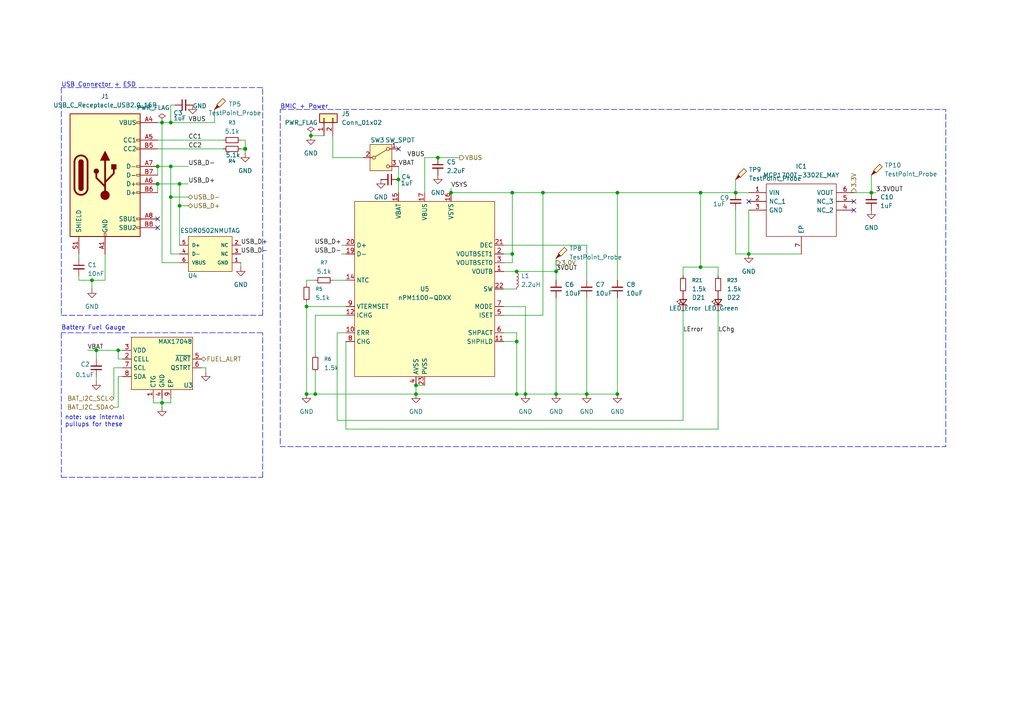
<source format=kicad_sch>
(kicad_sch (version 20250114) (generator "eeschema") (generator_version "9.0")
  (paper "A4")
  (title_block (title "Pipar Point") (date "2025-08-29") (rev "V3") (company "Pipar Keyboards"))
  (lib_symbols
    (symbol "Connector:TestPoint_Probe" (pin_numbers (hide yes)) (pin_names (offset 0.762) (hide yes))
      (property "Reference" "TP" (at 1.651 5.842 0))
      (property "Value" "TestPoint_Probe" (at 1.651 4.064 0))
      (symbol "TestPoint_Probe_0_1"
        (polyline (pts (xy 1.27 0.762) (xy 0 0) (xy 0.762 1.27) (xy 1.27 0.762)) (fill (type outline)))
        (polyline (pts (xy 1.397 0.635) (xy 0.635 1.397) (xy 2.413 3.175) (xy 3.175 2.413) (xy 1.397 0.635)) (fill (type background)))
      )
      (symbol "TestPoint_Probe_1_1"
        (pin passive line (at 0 0 90) (length 0) (name "1") (number "1"))
      )
    )
    (symbol "Connector:USB_C_Receptacle_USB2.0_16P" (pin_names (offset 1.016))
      (property "Reference" "J" (at 0 22.225 0))
      (property "Value" "USB_C_Receptacle_USB2.0_16P" (at 0 19.685 0))
      (symbol "USB_C_Receptacle_USB2.0_16P_0_0"
        (rectangle (start -0.254 -17.78) (end 0.254 -16.764))
        (rectangle (start 10.16 15.494) (end 9.144 14.986))
        (rectangle (start 10.16 10.414) (end 9.144 9.906))
        (rectangle (start 10.16 7.874) (end 9.144 7.366))
        (rectangle (start 10.16 2.794) (end 9.144 2.286))
        (rectangle (start 10.16 0.254) (end 9.144 -0.254))
        (rectangle (start 10.16 -2.286) (end 9.144 -2.794))
        (rectangle (start 10.16 -4.826) (end 9.144 -5.334))
        (rectangle (start 10.16 -12.446) (end 9.144 -12.954))
        (rectangle (start 10.16 -14.986) (end 9.144 -15.494))
      )
      (symbol "USB_C_Receptacle_USB2.0_16P_0_1"
        (rectangle (start -10.16 17.78) (end 10.16 -17.78) (stroke (width 0.254)) (fill (type background)))
        (polyline (pts (xy -8.89 -3.81) (xy -8.89 3.81)) (stroke (width 0.508)))
        (rectangle (start -7.62 -3.81) (end -6.35 3.81) (stroke (width 0.254)) (fill (type outline)))
        (arc (start -7.62 3.81) (mid -6.985 4.4423) (end -6.35 3.81) (stroke (width 0.254)))
        (arc (start -7.62 3.81) (mid -6.985 4.4423) (end -6.35 3.81) (stroke (width 0.254)) (fill (type outline)))
        (arc (start -8.89 3.81) (mid -6.985 5.7067) (end -5.08 3.81) (stroke (width 0.508)))
        (arc (start -5.08 -3.81) (mid -6.985 -5.7067) (end -8.89 -3.81) (stroke (width 0.508)))
        (arc (start -6.35 -3.81) (mid -6.985 -4.4423) (end -7.62 -3.81) (stroke (width 0.254)))
        (arc (start -6.35 -3.81) (mid -6.985 -4.4423) (end -7.62 -3.81) (stroke (width 0.254)) (fill (type outline)))
        (polyline (pts (xy -5.08 3.81) (xy -5.08 -3.81)) (stroke (width 0.508)))
        (circle (center -2.54 1.143) (radius 0.635) (stroke (width 0.254)) (fill (type outline)))
        (polyline (pts (xy -1.27 4.318) (xy 0 6.858) (xy 1.27 4.318) (xy -1.27 4.318)) (stroke (width 0.254)) (fill (type outline)))
        (polyline (pts (xy 0 -2.032) (xy 2.54 0.508) (xy 2.54 1.778)) (stroke (width 0.508)))
        (polyline (pts (xy 0 -3.302) (xy -2.54 -0.762) (xy -2.54 0.508)) (stroke (width 0.508)))
        (polyline (pts (xy 0 -5.842) (xy 0 4.318)) (stroke (width 0.508)))
        (circle (center 0 -5.842) (radius 1.27) (fill (type outline)))
        (rectangle (start 1.905 1.778) (end 3.175 3.048) (stroke (width 0.254)) (fill (type outline)))
      )
      (symbol "USB_C_Receptacle_USB2.0_16P_1_1"
        (pin passive line (at -7.62 -22.86 90) (length 5.08) (name "SHIELD") (number "S1"))
        (pin passive line (at 0 -22.86 90) (length 5.08) (name "GND") (number "A1"))
        (pin passive line (at 0 -22.86 90) (length 5.08) (hide yes) (name "GND") (number "A12"))
        (pin passive line (at 0 -22.86 90) (length 5.08) (hide yes) (name "GND") (number "B1"))
        (pin passive line (at 0 -22.86 90) (length 5.08) (hide yes) (name "GND") (number "B12"))
        (pin passive line (at 15.24 15.24 180) (length 5.08) (name "VBUS") (number "A4"))
        (pin passive line (at 15.24 15.24 180) (length 5.08) (hide yes) (name "VBUS") (number "A9"))
        (pin passive line (at 15.24 15.24 180) (length 5.08) (hide yes) (name "VBUS") (number "B4"))
        (pin passive line (at 15.24 15.24 180) (length 5.08) (hide yes) (name "VBUS") (number "B9"))
        (pin bidirectional line (at 15.24 10.16 180) (length 5.08) (name "CC1") (number "A5"))
        (pin bidirectional line (at 15.24 7.62 180) (length 5.08) (name "CC2") (number "B5"))
        (pin bidirectional line (at 15.24 2.54 180) (length 5.08) (name "D-") (number "A7"))
        (pin bidirectional line (at 15.24 0 180) (length 5.08) (name "D-") (number "B7"))
        (pin bidirectional line (at 15.24 -2.54 180) (length 5.08) (name "D+") (number "A6"))
        (pin bidirectional line (at 15.24 -5.08 180) (length 5.08) (name "D+") (number "B6"))
        (pin bidirectional line (at 15.24 -12.7 180) (length 5.08) (name "SBU1") (number "A8"))
        (pin bidirectional line (at 15.24 -15.24 180) (length 5.08) (name "SBU2") (number "B8"))
      )
    )
    (symbol "Connector_Generic:Conn_01x02" (pin_names (offset 1.016) (hide yes))
      (property "Reference" "J" (at 0 2.54 0))
      (property "Value" "Conn_01x02" (at 0 -5.08 0))
      (symbol "Conn_01x02_1_1"
        (rectangle (start -1.27 1.27) (end 1.27 -3.81) (stroke (width 0.254)) (fill (type background)))
        (rectangle (start -1.27 0.127) (end 0 -0.127) (stroke (width 0.1524)))
        (rectangle (start -1.27 -2.413) (end 0 -2.667) (stroke (width 0.1524)))
        (pin passive line (at -5.08 0 0) (length 3.81) (name "Pin_1") (number "1"))
        (pin passive line (at -5.08 -2.54 0) (length 3.81) (name "Pin_2") (number "2"))
      )
    )
    (symbol "Device:C_Small" (pin_numbers (hide yes)) (pin_names (offset 0.254) (hide yes))
      (property "Reference" "C" (at 0.254 1.778 0))
      (property "Value" "C_Small" (at 0.254 -2.032 0))
      (symbol "C_Small_0_1"
        (polyline (pts (xy -1.524 0.508) (xy 1.524 0.508)) (stroke (width 0.3048)))
        (polyline (pts (xy -1.524 -0.508) (xy 1.524 -0.508)) (stroke (width 0.3302)))
      )
      (symbol "C_Small_1_1"
        (pin passive line (at 0 2.54 270) (length 2.032) (name "~") (number "1"))
        (pin passive line (at 0 -2.54 90) (length 2.032) (name "~") (number "2"))
      )
    )
    (symbol "Device:L_Small" (pin_numbers (hide yes)) (pin_names (offset 0.254) (hide yes))
      (property "Reference" "L" (at 0.762 1.016 0))
      (property "Value" "L_Small" (at 0.762 -1.016 0))
      (symbol "L_Small_0_1"
        (arc (start 0 2.032) (mid 0.5058 1.524) (end 0 1.016))
        (arc (start 0 1.016) (mid 0.5058 0.508) (end 0 0))
        (arc (start 0 0) (mid 0.5058 -0.508) (end 0 -1.016))
        (arc (start 0 -1.016) (mid 0.5058 -1.524) (end 0 -2.032))
      )
      (symbol "L_Small_1_1"
        (pin passive line (at 0 2.54 270) (length 0.508) (name "~") (number "1"))
        (pin passive line (at 0 -2.54 90) (length 0.508) (name "~") (number "2"))
      )
    )
    (symbol "LED_Small_1" (pin_numbers (hide yes)) (pin_names (offset 0.254) (hide yes))
      (property "Reference" "D" (at -1.27 3.175 0))
      (property "Value" "LED_Small" (at -4.445 -2.54 0))
      (symbol "LED_Small_1_0_1"
        (polyline (pts (xy -0.762 -1.016) (xy -0.762 1.016)) (stroke (width 0.254)))
        (polyline (pts (xy 0 0.762) (xy -0.508 1.27) (xy -0.254 1.27) (xy -0.508 1.27) (xy -0.508 1.016)))
        (polyline (pts (xy 0.508 1.27) (xy 0 1.778) (xy 0.254 1.778) (xy 0 1.778) (xy 0 1.524)))
        (polyline (pts (xy 0.762 -1.016) (xy -0.762 0) (xy 0.762 1.016) (xy 0.762 -1.016)) (stroke (width 0.254)))
        (polyline (pts (xy 1.016 0) (xy -0.762 0)))
      )
      (symbol "LED_Small_1_1_1"
        (pin passive line (at -2.54 0 0) (length 1.778) (name "K") (number "1"))
        (pin passive line (at 2.54 0 180) (length 1.778) (name "A") (number "2"))
      )
    )
    (symbol "PCM_nordic-lib-kicad-npm:nPM1100-QDXX"
      (property "Reference" "U" (at 0 0 0))
      (property "Value" "nPM1100-QDXX" (at 0 -2.54 0))
      (symbol "nPM1100-QDXX_0_0"
        (pin bidirectional line (at -22.86 12.7 0) (length 2.54) (name "D+") (number "20"))
        (pin bidirectional line (at -22.86 10.16 0) (length 2.54) (name "D-") (number "19"))
        (pin passive line (at -22.86 2.54 0) (length 2.54) (name "NTC") (number "14"))
        (pin passive line (at -22.86 -5.08 0) (length 2.54) (name "VTERMSET") (number "9"))
        (pin passive line (at -22.86 -7.62 0) (length 2.54) (name "ICHG") (number "12"))
        (pin passive line (at -22.86 -12.7 0) (length 2.54) (name "ERR") (number "10"))
        (pin passive line (at -22.86 -15.24 0) (length 2.54) (name "CHG") (number "8"))
        (pin bidirectional line (at -7.62 27.94 270) (length 2.54) (name "VBAT") (number "15"))
        (pin power_in line (at 0 27.94 270) (length 2.54) (name "VBUS") (number "17"))
        (pin power_in line (at 0 -27.94 90) (length 2.54) (name "PVSS") (number "23"))
        (pin power_out line (at 7.62 27.94 270) (length 2.54) (name "VSYS") (number "16"))
        (pin passive line (at 22.86 12.7 180) (length 2.54) (name "DEC") (number "21"))
        (pin passive line (at 22.86 10.16 180) (length 2.54) (name "VOUTBSET1") (number "2"))
        (pin power_out line (at 22.86 5.08 180) (length 2.54) (name "VOUTB") (number "1"))
        (pin passive line (at 22.86 0 180) (length 2.54) (name "SW") (number "22"))
        (pin passive line (at 22.86 -5.08 180) (length 2.54) (name "MODE") (number "7"))
        (pin passive line (at 22.86 -7.62 180) (length 2.54) (name "ISET") (number "5"))
        (pin passive line (at 22.86 -12.7 180) (length 2.54) (name "SHPACT") (number "6"))
        (pin passive line (at 22.86 -15.24 180) (length 2.54) (name "SHPHLD") (number "11"))
      )
      (symbol "nPM1100-QDXX_1_0"
        (pin passive line (at -2.54 -27.94 90) (length 2.54) (hide yes) (name "AVSS") (number "25"))
        (pin power_in line (at -2.54 -27.94 90) (length 2.54) (name "AVSS") (number "4"))
        (pin no_connect line (at 7.62 -25.4 90) (length 2.54) (hide yes) (name "NC") (number "24"))
        (pin no_connect line (at 10.16 -25.4 90) (length 2.54) (hide yes) (name "NC") (number "13"))
        (pin no_connect line (at 12.7 -25.4 90) (length 2.54) (hide yes) (name "NC") (number "18"))
        (pin passive line (at 22.86 7.62 180) (length 2.54) (name "VOUTBSET0") (number "3"))
      )
      (symbol "nPM1100-QDXX_1_1"
        (rectangle (start -20.32 25.4) (end 20.32 -25.4) (fill (type background)))
      )
    )
    (symbol "R_Small_1" (pin_numbers (hide yes)) (pin_names (offset 0.254) (hide yes))
      (property "Reference" "R" (at 0 0 90))
      (property "Value" "R_Small" (at 1.778 0 90))
      (symbol "R_Small_1_0_1"
        (rectangle (start -0.762 1.778) (end 0.762 -1.778) (stroke (width 0.2032)))
      )
      (symbol "R_Small_1_1_1"
        (pin passive line (at 0 2.54 270) (length 0.762) (name "~") (number "1"))
        (pin passive line (at 0 -2.54 90) (length 0.762) (name "~") (number "2"))
      )
    )
    (symbol "SamacSys_Parts:MCP1700T-3302E_MAY" (pin_names (offset 0.762))
      (property "Reference" "IC" (at 26.67 7.62 0))
      (property "Value" "MCP1700T-3302E_MAY" (at 26.67 5.08 0))
      (symbol "MCP1700T-3302E_MAY_0_0"
        (pin passive line (at 0 0 0) (length 5.08) (name "VIN") (number "1"))
        (pin passive line (at 0 -2.54 0) (length 5.08) (name "NC_1") (number "2"))
        (pin passive line (at 0 -5.08 0) (length 5.08) (name "GND") (number "3"))
        (pin passive line (at 15.24 -17.78 90) (length 5.08) (name "EP") (number "7"))
        (pin passive line (at 30.48 0 180) (length 5.08) (name "VOUT") (number "6"))
        (pin passive line (at 30.48 -2.54 180) (length 5.08) (name "NC_3") (number "5"))
        (pin passive line (at 30.48 -5.08 180) (length 5.08) (name "NC_2") (number "4"))
      )
      (symbol "MCP1700T-3302E_MAY_0_1"
        (polyline (pts (xy 5.08 2.54) (xy 25.4 2.54) (xy 25.4 -12.7) (xy 5.08 -12.7) (xy 5.08 2.54)) (stroke (width 0.1524)))
      )
    )
    (symbol "Switch:SW_SPDT" (pin_names (offset 0) (hide yes))
      (property "Reference" "SW" (at 0 5.08 0))
      (property "Value" "SW_SPDT" (at 0 -5.08 0))
      (symbol "SW_SPDT_0_1"
        (circle (center -2.032 0) (radius 0.4572))
        (polyline (pts (xy -1.651 0.254) (xy 1.651 2.286)))
        (circle (center 2.032 2.54) (radius 0.4572))
        (circle (center 2.032 -2.54) (radius 0.4572))
      )
      (symbol "SW_SPDT_1_1"
        (rectangle (start -3.175 3.81) (end 3.175 -3.81) (fill (type background)))
        (pin passive line (at -5.08 0 0) (length 2.54) (name "B") (number "2"))
        (pin passive line (at 5.08 2.54 180) (length 2.54) (name "A") (number "1"))
        (pin passive line (at 5.08 -2.54 180) (length 2.54) (name "C") (number "3"))
      )
    )
    (symbol "mikoto:ESDR0502NMUTAG" (pin_names (offset 1.016))
      (property "Reference" "U" (at 0 3.81 0))
      (property "Value" "ESDR0502NMUTAG" (at 0 6.985 0))
      (symbol "ESDR0502NMUTAG_1_1"
        (rectangle (start -6.35 5.08) (end 6.35 -5.08) (fill (type background)))
        (pin passive line (at -8.89 2.54 0) (length 2.54) (name "D+") (number "5"))
        (pin passive line (at -8.89 0 0) (length 2.54) (name "D-") (number "4"))
        (pin power_in line (at -8.89 -2.54 0) (length 2.54) (name "VBUS") (number "6"))
        (pin passive line (at 8.89 2.54 180) (length 2.54) (name "NC") (number "2"))
        (pin passive line (at 8.89 0 180) (length 2.54) (name "NC") (number "3"))
        (pin power_in line (at 8.89 -2.54 180) (length 2.54) (name "GND") (number "1"))
      )
    )
    (symbol "mikoto:MAX17048"
      (property "Reference" "U" (at -7.62 8.89 0))
      (property "Value" "MAX17048" (at 4.445 8.89 0))
      (symbol "MAX17048_0_0"
        (pin power_in line (at -11.43 3.81 0) (length 2.54) (name "VDD") (number "3"))
        (pin power_in line (at -11.43 1.27 0) (length 2.54) (name "CELL") (number "2"))
        (pin tri_state line (at -11.43 -1.27 0) (length 2.54) (name "SCL") (number "7"))
        (pin tri_state line (at -11.43 -3.81 0) (length 2.54) (name "SDA") (number "8"))
        (pin power_in line (at -2.54 -10.16 90) (length 2.54) (name "CTG") (number "1"))
        (pin power_in line (at 0 -10.16 90) (length 2.54) (name "GND") (number "4"))
        (pin power_in line (at 2.54 -10.16 90) (length 2.54) (name "EP") (number "9"))
        (pin open_collector line (at 11.43 1.27 180) (length 2.54) (name "~{ALRT}") (number "5"))
        (pin input line (at 11.43 -1.27 180) (length 2.54) (name "QSTRT") (number "6"))
      )
      (symbol "MAX17048_0_1"
        (rectangle (start -8.89 -7.62) (end 8.89 7.62) (stroke (width 0.1524)) (fill (type background)))
      )
    )
    (symbol "power:GND" (power) (pin_numbers (hide yes)) (pin_names (offset 0) (hide yes))
      (property "Value" "GND" (at 0 -3.81 0))
      (symbol "GND_0_1"
        (polyline (pts (xy 0 0) (xy 0 -1.27) (xy 1.27 -1.27) (xy 0 -2.54) (xy -1.27 -1.27) (xy 0 -1.27)))
      )
      (symbol "GND_1_1"
        (pin power_in line (at 0 0 270) (length 0) (name "~") (number "1"))
      )
    )
    (symbol "power:PWR_FLAG" (power) (pin_numbers (hide yes)) (pin_names (offset 0) (hide yes))
      (property "Value" "PWR_FLAG" (at 0 3.81 0))
      (symbol "PWR_FLAG_0_0"
        (pin power_out line (at 0 0 90) (length 0) (name "~") (number "1"))
      )
      (symbol "PWR_FLAG_0_1"
        (polyline (pts (xy 0 0) (xy 0 1.27) (xy -1.016 1.905) (xy 0 2.54) (xy 1.016 1.905) (xy 0 1.27)))
      )
    )
  )
  (rectangle (start 81.28 31.75) (end 274.32 129.54) (stroke (width 0) (type dash)))
  (text "BMIC + Power" (at 81.28 31.75 0) (effects (font (size 1.27 1.27)) (justify left bottom)))
  (text "USB Connector + ESD" (at 17.78 25.4 0) (effects (font (size 1.27 1.27)) (justify left bottom)))
  (text "Battery Fuel Gauge" (at 17.78 95.885 0) (effects (font (size 1.27 1.27)) (justify left bottom)))
  (text "note: use internal\npullups for these" (at 18.796 123.952 0) (effects (font (size 1.27 1.27)) (justify left bottom)))
  (junction (at 52.07 59.69))
  (junction (at 149.86 114.3))
  (junction (at 213.36 55.88))
  (junction (at 46.99 35.56))
  (junction (at 49.53 35.56))
  (junction (at 88.9 88.9))
  (junction (at 149.86 99.06))
  (junction (at 217.17 73.66))
  (junction (at 127 45.72))
  (junction (at 161.29 78.74))
  (junction (at 52.07 53.34))
  (junction (at 45.72 48.26))
  (junction (at 27.94 101.6))
  (junction (at 45.72 53.34))
  (junction (at 161.29 114.3))
  (junction (at 130.81 55.88))
  (junction (at 120.65 114.3))
  (junction (at 88.9 114.3))
  (junction (at 179.07 114.3))
  (junction (at 49.53 48.26))
  (junction (at 115.57 52.07))
  (junction (at 46.99 116.84))
  (junction (at 34.29 101.6))
  (junction (at 149.86 78.74))
  (junction (at 152.4 114.3))
  (junction (at 49.53 57.15))
  (junction (at 252.73 55.88))
  (junction (at 179.07 55.88))
  (junction (at 91.44 114.3))
  (junction (at 203.2 77.47))
  (junction (at 71.12 43.18) (diameter 1.016))
  (junction (at 148.59 73.66))
  (junction (at 90.17 39.37))
  (junction (at 203.2 55.88))
  (junction (at 120.65 111.76))
  (junction (at 157.48 55.88))
  (junction (at 170.18 114.3))
  (junction (at 26.67 81.28))
  (junction (at 148.59 55.88))
  (no_connect (at 115.57 43.18))
  (no_connect (at 45.72 66.04))
  (no_connect (at 45.72 63.5))
  (no_connect (at 247.65 58.42))
  (no_connect (at 217.17 58.42))
  (no_connect (at 247.65 60.96))
  (wire (pts (xy 46.99 76.2) (xy 52.07 76.2)))
  (wire (pts (xy 49.53 73.66) (xy 49.53 57.15)))
  (wire (pts (xy 46.99 116.84) (xy 49.53 116.84)))
  (wire (pts (xy 34.29 101.6) (xy 34.29 104.14)))
  (wire (pts (xy 157.48 91.44) (xy 157.48 55.88)))
  (wire (pts (xy 88.9 81.28) (xy 91.44 81.28)))
  (wire (pts (xy 91.44 91.44) (xy 91.44 102.87)))
  (wire (pts (xy 100.33 71.12) (xy 99.06 71.12)))
  (wire (pts (xy 208.28 77.47) (xy 208.28 80.01)))
  (wire (pts (xy 49.53 57.15) (xy 49.53 48.26)))
  (wire (pts (xy 49.53 116.84) (xy 49.53 115.57)))
  (wire (pts (xy 161.29 81.28) (xy 161.29 78.74)))
  (wire (pts (xy 71.12 43.18) (xy 71.12 44.45)))
  (wire (pts (xy 213.36 73.66) (xy 217.17 73.66)))
  (wire (pts (xy 161.29 114.3) (xy 161.29 86.36)))
  (polyline (pts (xy 76.2 25.4) (xy 17.78 25.4)) (stroke (width 0) (type dash)))
  (wire (pts (xy 46.99 35.56) (xy 45.72 35.56)))
  (wire (pts (xy 45.72 43.18) (xy 64.77 43.18)))
  (wire (pts (xy 170.18 71.12) (xy 170.18 81.28)))
  (wire (pts (xy 27.94 109.22) (xy 27.94 110.49)))
  (wire (pts (xy 130.81 55.88) (xy 148.59 55.88)))
  (wire (pts (xy 88.9 82.55) (xy 88.9 81.28)))
  (wire (pts (xy 27.94 101.6) (xy 34.29 101.6)))
  (wire (pts (xy 22.86 73.66) (xy 22.86 74.93)))
  (polyline (pts (xy 17.78 91.44) (xy 76.2 91.44)) (stroke (width 0) (type dash)))
  (wire (pts (xy 27.94 101.6) (xy 27.94 104.14)))
  (wire (pts (xy 58.42 106.68) (xy 59.69 106.68)))
  (wire (pts (xy 45.72 53.34) (xy 45.72 55.88)))
  (wire (pts (xy 149.86 99.06) (xy 149.86 114.3)))
  (wire (pts (xy 217.17 60.96) (xy 217.17 73.66)))
  (wire (pts (xy 69.85 40.64) (xy 71.12 40.64)))
  (wire (pts (xy 115.57 52.07) (xy 115.57 55.88)))
  (wire (pts (xy 148.59 73.66) (xy 146.05 73.66)))
  (wire (pts (xy 59.69 106.68) (xy 59.69 107.95)))
  (wire (pts (xy 50.8 30.48) (xy 49.53 30.48)))
  (wire (pts (xy 33.02 106.68) (xy 33.02 115.57)))
  (wire (pts (xy 252.73 55.88) (xy 254 55.88)))
  (wire (pts (xy 96.52 45.72) (xy 105.41 45.72)))
  (wire (pts (xy 203.2 55.88) (xy 203.2 77.47)))
  (wire (pts (xy 25.4 101.6) (xy 27.94 101.6)))
  (wire (pts (xy 100.33 99.06) (xy 100.33 124.46)))
  (wire (pts (xy 34.29 109.22) (xy 34.29 118.11)))
  (wire (pts (xy 97.79 96.52) (xy 97.79 121.92)))
  (wire (pts (xy 123.19 45.72) (xy 123.19 55.88)))
  (wire (pts (xy 100.33 73.66) (xy 99.06 73.66)))
  (wire (pts (xy 217.17 73.66) (xy 232.41 73.66)))
  (wire (pts (xy 46.99 115.57) (xy 46.99 116.84)))
  (wire (pts (xy 91.44 114.3) (xy 88.9 114.3)))
  (wire (pts (xy 49.53 48.26) (xy 54.61 48.26)))
  (wire (pts (xy 35.56 106.68) (xy 33.02 106.68)))
  (wire (pts (xy 161.29 114.3) (xy 170.18 114.3)))
  (wire (pts (xy 96.52 81.28) (xy 100.33 81.28)))
  (wire (pts (xy 146.05 99.06) (xy 149.86 99.06)))
  (wire (pts (xy 97.79 96.52) (xy 100.33 96.52)))
  (wire (pts (xy 91.44 114.3) (xy 120.65 114.3)))
  (wire (pts (xy 146.05 91.44) (xy 157.48 91.44)))
  (wire (pts (xy 152.4 88.9) (xy 152.4 114.3)))
  (wire (pts (xy 130.81 54.61) (xy 130.81 55.88)))
  (wire (pts (xy 146.05 88.9) (xy 152.4 88.9)))
  (wire (pts (xy 146.05 76.2) (xy 148.59 76.2)))
  (wire (pts (xy 33.02 118.11) (xy 34.29 118.11)))
  (polyline (pts (xy 17.78 96.52) (xy 17.78 138.43)) (stroke (width 0) (type dash)))
  (wire (pts (xy 198.12 77.47) (xy 198.12 80.01)))
  (wire (pts (xy 46.99 116.84) (xy 44.45 116.84)))
  (wire (pts (xy 97.79 121.92) (xy 198.12 121.92)))
  (wire (pts (xy 22.86 80.01) (xy 22.86 81.28)))
  (wire (pts (xy 44.45 116.84) (xy 44.45 115.57)))
  (wire (pts (xy 34.29 109.22) (xy 35.56 109.22)))
  (wire (pts (xy 198.12 90.17) (xy 198.12 121.92)))
  (wire (pts (xy 46.99 76.2) (xy 46.99 35.56)))
  (wire (pts (xy 26.67 81.28) (xy 30.48 81.28)))
  (wire (pts (xy 179.07 55.88) (xy 203.2 55.88)))
  (wire (pts (xy 52.07 53.34) (xy 54.61 53.34)))
  (wire (pts (xy 213.36 55.88) (xy 217.17 55.88)))
  (wire (pts (xy 148.59 55.88) (xy 157.48 55.88)))
  (wire (pts (xy 170.18 114.3) (xy 170.18 86.36)))
  (wire (pts (xy 26.67 83.82) (xy 26.67 81.28)))
  (wire (pts (xy 146.05 96.52) (xy 149.86 96.52)))
  (wire (pts (xy 45.72 48.26) (xy 45.72 50.8)))
  (wire (pts (xy 148.59 55.88) (xy 148.59 73.66)))
  (wire (pts (xy 71.12 40.64) (xy 71.12 43.18)))
  (wire (pts (xy 149.86 78.74) (xy 161.29 78.74)))
  (wire (pts (xy 88.9 88.9) (xy 88.9 114.3)))
  (wire (pts (xy 69.85 43.18) (xy 71.12 43.18)))
  (wire (pts (xy 203.2 55.88) (xy 213.36 55.88)))
  (wire (pts (xy 252.73 50.8) (xy 252.73 55.88)))
  (wire (pts (xy 120.65 114.3) (xy 120.65 111.76)))
  (wire (pts (xy 213.36 60.96) (xy 213.36 73.66)))
  (wire (pts (xy 45.72 48.26) (xy 49.53 48.26)))
  (polyline (pts (xy 17.78 138.43) (xy 76.2 138.43)) (stroke (width 0) (type dash)))
  (wire (pts (xy 213.36 52.07) (xy 213.36 55.88)))
  (wire (pts (xy 203.2 77.47) (xy 208.28 77.47)))
  (wire (pts (xy 146.05 71.12) (xy 170.18 71.12)))
  (wire (pts (xy 62.23 31.75) (xy 62.23 35.56)))
  (wire (pts (xy 88.9 87.63) (xy 88.9 88.9)))
  (wire (pts (xy 49.53 35.56) (xy 62.23 35.56)))
  (wire (pts (xy 100.33 124.46) (xy 208.28 124.46)))
  (wire (pts (xy 133.35 45.72) (xy 127 45.72)))
  (wire (pts (xy 149.86 114.3) (xy 152.4 114.3)))
  (wire (pts (xy 120.65 114.3) (xy 149.86 114.3)))
  (wire (pts (xy 34.29 101.6) (xy 35.56 101.6)))
  (wire (pts (xy 120.65 111.76) (xy 123.19 111.76)))
  (wire (pts (xy 203.2 77.47) (xy 198.12 77.47)))
  (wire (pts (xy 115.57 48.26) (xy 115.57 52.07)))
  (polyline (pts (xy 17.78 25.4) (xy 17.78 91.44)) (stroke (width 0) (type dash)))
  (wire (pts (xy 46.99 35.56) (xy 49.53 35.56)))
  (wire (pts (xy 30.48 81.28) (xy 30.48 73.66)))
  (wire (pts (xy 208.28 90.17) (xy 208.28 124.46)))
  (wire (pts (xy 152.4 114.3) (xy 161.29 114.3)))
  (wire (pts (xy 146.05 78.74) (xy 149.86 78.74)))
  (wire (pts (xy 34.29 104.14) (xy 35.56 104.14)))
  (wire (pts (xy 49.53 57.15) (xy 54.61 57.15)))
  (wire (pts (xy 179.07 55.88) (xy 179.07 81.28)))
  (wire (pts (xy 179.07 114.3) (xy 179.07 86.36)))
  (wire (pts (xy 170.18 114.3) (xy 179.07 114.3)))
  (wire (pts (xy 22.86 81.28) (xy 26.67 81.28)))
  (wire (pts (xy 52.07 59.69) (xy 54.61 59.69)))
  (wire (pts (xy 90.17 39.37) (xy 93.98 39.37)))
  (wire (pts (xy 45.72 53.34) (xy 52.07 53.34)))
  (wire (pts (xy 146.05 83.82) (xy 149.86 83.82)))
  (wire (pts (xy 46.99 116.84) (xy 46.99 118.11)))
  (wire (pts (xy 52.07 53.34) (xy 52.07 59.69)))
  (polyline (pts (xy 76.2 96.52) (xy 17.78 96.52)) (stroke (width 0) (type dash)))
  (wire (pts (xy 91.44 114.3) (xy 91.44 107.95)))
  (polyline (pts (xy 76.2 91.44) (xy 76.2 25.4)) (stroke (width 0) (type dash)))
  (wire (pts (xy 100.33 91.44) (xy 91.44 91.44)))
  (wire (pts (xy 123.19 45.72) (xy 127 45.72)))
  (wire (pts (xy 49.53 73.66) (xy 52.07 73.66)))
  (wire (pts (xy 52.07 59.69) (xy 52.07 71.12)))
  (wire (pts (xy 69.85 77.47) (xy 69.85 76.2)))
  (wire (pts (xy 149.86 96.52) (xy 149.86 99.06)))
  (wire (pts (xy 157.48 55.88) (xy 179.07 55.88)))
  (wire (pts (xy 45.72 40.64) (xy 64.77 40.64)))
  (wire (pts (xy 148.59 76.2) (xy 148.59 73.66)))
  (wire (pts (xy 161.29 74.93) (xy 161.29 78.74)))
  (wire (pts (xy 96.52 45.72) (xy 96.52 39.37)))
  (wire (pts (xy 49.53 30.48) (xy 49.53 35.56)))
  (wire (pts (xy 247.65 55.88) (xy 252.73 55.88)))
  (polyline (pts (xy 76.2 138.43) (xy 76.2 96.52)) (stroke (width 0) (type dash)))
  (wire (pts (xy 88.9 88.9) (xy 100.33 88.9)))
  (label "VBAT" (at 115.57 48.26 0))
  (label "USB_D-" (at 69.85 73.66 0))
  (label "CC2" (at 54.61 43.18 0))
  (label "CC1" (at 54.61 40.64 0))
  (label "VSYS" (at 130.81 54.61 0))
  (label "LError" (at 198.12 96.52 0))
  (label "VBUS" (at 123.19 45.72 180))
  (label "USB_D-" (at 54.61 48.26 0))
  (label "VBUS" (at 54.61 35.56 0))
  (label "LChg" (at 208.28 96.52 0))
  (label "3VOUT" (at 161.29 78.74 0))
  (label "USB_D+" (at 54.61 53.34 0))
  (label "USB_D+" (at 69.85 71.12 0))
  (label "VBAT" (at 25.4 101.6 0))
  (label "USB_D-" (at 99.06 73.66 180))
  (label "3.3VOUT" (at 254 55.88 0))
  (label "USB_D+" (at 99.06 71.12 180))
  (hierarchical_label "3.0V" (shape output) (at 161.29 76.2 0))
  (hierarchical_label "3.3V" (shape output) (at 247.65 55.88 90))
  (hierarchical_label "BAT_I2C_SDA" (shape bidirectional) (at 33.02 118.11 180))
  (hierarchical_label "USB_D-" (shape bidirectional) (at 54.61 57.15 0))
  (hierarchical_label "FUEL_ALRT" (shape bidirectional) (at 58.42 104.14 0))
  (hierarchical_label "USB_D+" (shape bidirectional) (at 54.61 59.69 0))
  (hierarchical_label "BAT_I2C_SCL" (shape bidirectional) (at 33.02 115.57 180))
  (hierarchical_label "VBUS" (shape output) (at 133.35 45.72 0))
  (symbol (lib_id "power:GND") (at 152.4 114.3 0) (unit 1)
    (property "Reference" "#PWR018" (effects (hide yes)))
    (property "Value" "GND" (at 152.4 119.38 0))
    (property "Description" "Power symbol creates a global label with name \"GND\" , ground" (effects (hide yes)))
    (instances (project "pipar_point_v3" (path "" (reference "#PWR018") (unit 1)) (path "" (reference "#PWR036") (unit 1))))
  )
  (symbol (lib_id "power:GND") (at 127 50.8 0) (unit 1)
    (property "Reference" "#PWR017" (effects (hide yes)))
    (property "Value" "GND" (at 127 55.88 0))
    (property "Description" "Power symbol creates a global label with name \"GND\" , ground" (effects (hide yes)))
    (instances (project "pipar_point_v3" (path "" (reference "#PWR017") (unit 1)) (path "" (reference "#PWR035") (unit 1))))
  )
  (symbol (lib_id "power:GND") (at 55.88 30.48 0) (unit 1)
    (property "Reference" "#PWR09" (effects (hide yes)))
    (property "Value" "GND" (at 57.912 30.734 0))
    (property "Description" "Power symbol creates a global label with name \"GND\" , ground" (effects (hide yes)))
    (instances (project "pipar_point_v3" (path "" (reference "#PWR09") (unit 1)) (path "" (reference "#PWR027") (unit 1))))
  )
  (symbol (lib_id "power:GND") (at 71.12 44.45 0) (unit 1)
    (property "Reference" "#PWR011" (effects (hide yes)))
    (property "Value" "GND" (at 71.12 49.53 0))
    (property "Description" "Power symbol creates a global label with name \"GND\" , ground" (effects (hide yes)))
    (instances (project "pipar_point_v3" (path "" (reference "#PWR011") (unit 1)) (path "" (reference "#PWR029") (unit 1))))
  )
  (symbol (lib_id "Device:C_Small") (at 113.03 52.07 270) (unit 1)
    (property "Reference" "C4" (at 119.126 51.308 90) (effects (justify right)))
    (property "Value" "1uF" (at 119.888 53.086 90) (effects (justify right)))
    (property "Footprint" "Capacitor_SMD:C_0603_1608Metric" (effects (hide yes)))
    (property "Description" "Capacitor, X5R, 25 V, ±20%" (effects (hide yes)))
    (property "Mouser Part Number" "810-CGA3E1X7R1V105KC" (effects (hide yes)))
    (property "Manufacturer_Part_Number" "CGA3E1X7R1V105K080AC" (effects (hide yes)))
    (instances (project "pipar_point_v3" (path "" (reference "C4") (unit 1)) (path "" (reference "C14") (unit 1))))
  )
  (symbol (lib_id "SamacSys_Parts:MCP1700T-3302E_MAY") (at 217.17 55.88 0) (unit 1)
    (property "Reference" "IC1" (at 232.41 48.26 0))
    (property "Value" "MCP1700T-3302E_MAY" (at 232.41 50.8 0))
    (property "Footprint" "SamacSys_Parts:SON65P200X200X90-7N" (effects (hide yes)))
    (property "Datasheet" "https://datasheet.datasheetarchive.com/originals/distributors/Datasheets-DGA25/1767215.pdf" (effects (hide yes)))
    (property "Description" "LDO Regulator Pos 3.3V 0.25A Automotive 6-Pin DFN EP T/R" (effects (hide yes)))
    (property "Description_1" "LDO Regulator Pos 3.3V 0.25A Automotive 6-Pin DFN EP T/R" (effects (hide yes)))
    (property "Height" "0.9" (effects (hide yes)))
    (property "Manufacturer_Part_Number" "MCP1700T-3302E/MAY" (effects (hide yes)))
    (property "Mouser Part Number" "579-MCP1700T3302EMAY" (effects (hide yes)))
    (property "Mouser Price/Stock" "https://www.mouser.co.uk/ProductDetail/Microchip-Technology/MCP1700T-3302E-MAY?qs=98WN%2FnWUQiT%252B8kkJEG8McA%3D%3D" (effects (hide yes)))
    (property "Arrow Part Number" "MCP1700T-3302E/MAY" (effects (hide yes)))
    (property "Arrow Price/Stock" "https://www.arrow.com/en/products/mcp1700t-3302emay/microchip-technology?utm_currency=USD&region=nac" (effects (hide yes)))
    (instances (project "pipar_point_v3" (path "" (reference "IC1") (unit 1)) (path "" (reference "IC2") (unit 1))))
  )
  (symbol (lib_id "mikoto:MAX17048") (at 46.99 105.41 0) (unit 1)
    (property "Reference" "U3" (at 54.61 111.76 0))
    (property "Value" "MAX17048" (at 50.8 99.06 0))
    (property "Footprint" "Package_DFN_QFN:TDFN-8-1EP_2x2mm_P0.5mm_EP0.8x1.2mm" (effects (hide yes)))
    (property "LCSC Part" "C2682616" (effects (hide yes)))
    (property "Mouser Part Number" " 700-MAX17048G+T10" (effects (hide yes)))
    (property "Manufacturer_Part_Number" " MAX17048G+T10" (effects (hide yes)))
    (instances (project "pipar_point_v3" (path "" (reference "U3") (unit 1)) (path "" (reference "U6") (unit 1))))
  )
  (symbol (lib_id "power:GND") (at 170.18 114.3 0) (unit 1)
    (property "Reference" "#PWR020" (effects (hide yes)))
    (property "Value" "GND" (at 170.18 119.38 0))
    (property "Description" "Power symbol creates a global label with name \"GND\" , ground" (effects (hide yes)))
    (instances (project "pipar_point_v3" (path "" (reference "#PWR020") (unit 1)) (path "" (reference "#PWR038") (unit 1))))
  )
  (symbol (lib_id "power:PWR_FLAG") (at 90.17 39.37 0) (unit 1)
    (property "Reference" "#FLG02" (effects (hide yes)))
    (property "Value" "PWR_FLAG" (at 87.376 35.56 0))
    (property "Description" "Special symbol for telling ERC where power comes from" (effects (hide yes)))
    (instances (project "pipar_point_v3" (path "" (reference "#FLG02") (unit 1)) (path "" (reference "#FLG04") (unit 1))))
  )
  (symbol (lib_id "Device:C_Small") (at 161.29 83.82 180) (unit 1)
    (property "Reference" "C6" (at 163.83 82.5435 0) (effects (justify right)))
    (property "Value" "10uF" (at 163.83 85.0835 0) (effects (justify right)))
    (property "Footprint" "Capacitor_SMD:C_0603_1608Metric" (effects (hide yes)))
    (property "Description" "Capacitor, X5R, 25 V, ±20%" (effects (hide yes)))
    (property "Mouser Part Number" "810-C1608X5R0J106K" (effects (hide yes)))
    (property "Manufacturer_Part_Number" "C1608X5R0J106K080AB" (effects (hide yes)))
    (instances (project "pipar_point_v3" (path "" (reference "C6") (unit 1)) (path "" (reference "C16") (unit 1))))
  )
  (symbol (lib_id "power:GND") (at 26.67 83.82 0) (unit 1)
    (property "Reference" "#PWR06" (effects (hide yes)))
    (property "Value" "GND" (at 26.67 88.9 0))
    (property "Description" "Power symbol creates a global label with name \"GND\" , ground" (effects (hide yes)))
    (instances (project "pipar_point_v3" (path "" (reference "#PWR06") (unit 1)) (path "" (reference "#PWR024") (unit 1))))
  )
  (symbol (lib_id "Device:C_Small") (at 213.36 58.42 180) (unit 1)
    (property "Reference" "C9" (at 208.788 57.404 0) (effects (justify right)))
    (property "Value" "1uF" (at 206.756 59.182 0) (effects (justify right)))
    (property "Footprint" "Capacitor_SMD:C_0603_1608Metric" (effects (hide yes)))
    (property "Description" "Capacitor, X5R, 25 V, ±20%" (effects (hide yes)))
    (property "Mouser Part Number" "810-CGA3E1X7R1V105KC" (effects (hide yes)))
    (property "Manufacturer_Part_Number" "CGA3E1X7R1V105K080AC" (effects (hide yes)))
    (instances (project "pipar_point_v3" (path "" (reference "C9") (unit 1)) (path "" (reference "C19") (unit 1))))
  )
  (symbol (lib_id "power:GND") (at 120.65 114.3 0) (unit 1)
    (property "Reference" "#PWR016" (effects (hide yes)))
    (property "Value" "GND" (at 120.65 119.38 0))
    (property "Description" "Power symbol creates a global label with name \"GND\" , ground" (effects (hide yes)))
    (instances (project "pipar_point_v3" (path "" (reference "#PWR016") (unit 1)) (path "" (reference "#PWR034") (unit 1))))
  )
  (symbol (lib_id "power:GND") (at 110.49 52.07 0) (unit 1)
    (property "Reference" "#PWR015" (effects (hide yes)))
    (property "Value" "GND" (at 110.49 57.15 0))
    (property "Description" "Power symbol creates a global label with name \"GND\" , ground" (effects (hide yes)))
    (instances (project "pipar_point_v3" (path "" (reference "#PWR015") (unit 1)) (path "" (reference "#PWR033") (unit 1))))
  )
  (symbol (lib_name "R_Small_1") (lib_id "Device:R_Small") (at 67.31 43.18 90) (unit 1)
    (property "Reference" "R4" (at 67.31 46.736 90) (effects (font (size 1.016 1.016))))
    (property "Value" "5.1k" (at 67.564 44.958 90))
    (property "Footprint" "Resistor_SMD:R_0603_1608Metric" (effects (hide yes)))
    (property "Description" "Resistor, small symbol" (effects (hide yes)))
    (property "Manufacturer_Part_Number" "RC0603FR-075K1L" (effects (hide yes)))
    (property "Mouser Part Number" "603-RC0603FR-075K1L" (effects (hide yes)))
    (instances (project "pipar_point_v3" (path "" (reference "R4") (unit 1)) (path "" (reference "R9") (unit 1))))
  )
  (symbol (lib_id "Connector:TestPoint_Probe") (at 213.36 52.07 0) (unit 1) (in_bom no)
    (property "Reference" "TP9" (at 217.17 49.2124 0) (effects (justify left)))
    (property "Value" "TestPoint_Probe" (at 217.17 51.7524 0) (effects (justify left)))
    (property "Footprint" "TestPoint:TestPoint_Pad_D1.0mm" (effects (hide yes)))
    (property "Description" "test point (alternative probe-style design)" (effects (hide yes)))
    (instances (project "pipar_point_v3" (path "" (reference "TP9") (unit 1)) (path "" (reference "TP15") (unit 1))))
  )
  (symbol (lib_id "power:GND") (at 90.17 39.37 0) (unit 1)
    (property "Reference" "#PWR014" (effects (hide yes)))
    (property "Value" "GND" (at 90.17 44.45 0))
    (property "Description" "Power symbol creates a global label with name \"GND\" , ground" (effects (hide yes)))
    (instances (project "pipar_point_v3" (path "" (reference "#PWR014") (unit 1)) (path "" (reference "#PWR032") (unit 1))))
  )
  (symbol (lib_id "Device:C_Small") (at 53.34 30.48 90) (unit 1)
    (property "Reference" "C3" (at 50.292 32.766 90) (effects (justify right)))
    (property "Value" "1uF" (at 50.292 34.29 90) (effects (justify right)))
    (property "Footprint" "Capacitor_SMD:C_0603_1608Metric" (effects (hide yes)))
    (property "Description" "Capacitor, X5R, 25 V, ±20%" (effects (hide yes)))
    (property "Mouser Part Number" "810-CGA3E1X7R1V105KC" (effects (hide yes)))
    (property "Manufacturer_Part_Number" "CGA3E1X7R1V105K080AC" (effects (hide yes)))
    (instances (project "pipar_point_v3" (path "" (reference "C3") (unit 1)) (path "" (reference "C13") (unit 1))))
  )
  (symbol (lib_id "Connector:TestPoint_Probe") (at 62.23 31.75 0) (unit 1) (in_bom no)
    (property "Reference" "TP5" (at 66.294 30.226 0) (effects (justify left)))
    (property "Value" "TestPoint_Probe" (at 60.452 32.766 0) (effects (justify left)))
    (property "Footprint" "TestPoint:TestPoint_Pad_D1.0mm" (effects (hide yes)))
    (property "Description" "test point (alternative probe-style design)" (effects (hide yes)))
    (instances (project "pipar_point_v3" (path "" (reference "TP5") (unit 1)) (path "" (reference "TP11") (unit 1))))
  )
  (symbol (lib_id "power:GND") (at 161.29 114.3 0) (unit 1)
    (property "Reference" "#PWR019" (effects (hide yes)))
    (property "Value" "GND" (at 161.29 119.38 0))
    (property "Description" "Power symbol creates a global label with name \"GND\" , ground" (effects (hide yes)))
    (instances (project "pipar_point_v3" (path "" (reference "#PWR019") (unit 1)) (path "" (reference "#PWR037") (unit 1))))
  )
  (symbol (lib_id "power:GND") (at 59.69 107.95 0) (unit 1)
    (property "Reference" "#PWR010" (effects (hide yes)))
    (property "Value" "GND" (effects (hide yes)))
    (instances (project "pipar_point_v3" (path "" (reference "#PWR010") (unit 1)) (path "" (reference "#PWR028") (unit 1))))
  )
  (symbol (lib_id "Connector:TestPoint_Probe") (at 252.73 50.8 0) (unit 1) (in_bom no)
    (property "Reference" "TP10" (at 256.54 47.9424 0) (effects (justify left)))
    (property "Value" "TestPoint_Probe" (at 256.54 50.4824 0) (effects (justify left)))
    (property "Footprint" "TestPoint:TestPoint_Pad_D1.0mm" (effects (hide yes)))
    (property "Description" "test point (alternative probe-style design)" (effects (hide yes)))
    (instances (project "pipar_point_v3" (path "" (reference "TP10") (unit 1)) (path "" (reference "TP16") (unit 1))))
  )
  (symbol (lib_id "Device:C_Small") (at 22.86 77.47 0) (unit 1)
    (property "Reference" "C1" (at 25.4 76.8413 0) (effects (justify left)))
    (property "Value" "10nF" (at 25.4 79.3813 0) (effects (justify left)))
    (property "Footprint" "Capacitor_SMD:C_0603_1608Metric" (effects (hide yes)))
    (property "Description" "Unpolarized capacitor, small symbol" (effects (hide yes)))
    (property "Mouser Part Number" "810-CGA3E2X7R1H103K" (effects (hide yes)))
    (property "Manufacturer_Part_Number" "CGA3E2X7R1H103K080AA" (effects (hide yes)))
    (instances (project "pipar_point_v3" (path "" (reference "C1") (unit 1)) (path "" (reference "C11") (unit 1))))
  )
  (symbol (lib_id "power:GND") (at 46.99 118.11 0) (unit 1)
    (property "Reference" "#PWR08" (effects (hide yes)))
    (property "Value" "GND" (effects (hide yes)))
    (instances (project "pipar_point_v3" (path "" (reference "#PWR08") (unit 1)) (path "" (reference "#PWR026") (unit 1))))
  )
  (symbol (lib_name "R_Small_1") (lib_id "Device:R_Small") (at 67.31 40.64 90) (unit 1)
    (property "Reference" "R3" (at 67.31 35.56 90) (effects (font (size 1.016 1.016))))
    (property "Value" "5.1k" (at 67.31 38.1 90))
    (property "Footprint" "Resistor_SMD:R_0603_1608Metric" (effects (hide yes)))
    (property "Description" "Resistor, small symbol" (effects (hide yes)))
    (property "Manufacturer_Part_Number" "RC0603FR-075K1L" (effects (hide yes)))
    (property "Mouser Part Number" "603-RC0603FR-075K1L" (effects (hide yes)))
    (instances (project "pipar_point_v3" (path "" (reference "R3") (unit 1)) (path "" (reference "R8") (unit 1))))
  )
  (symbol (lib_id "power:PWR_FLAG") (at 46.99 35.56 0) (unit 1)
    (property "Reference" "#FLG01" (effects (hide yes)))
    (property "Value" "PWR_FLAG" (at 44.45 31.242 0))
    (property "Description" "Special symbol for telling ERC where power comes from" (effects (hide yes)))
    (instances (project "pipar_point_v3" (path "" (reference "#FLG01") (unit 1)) (path "" (reference "#FLG03") (unit 1))))
  )
  (symbol (lib_id "mikoto:ESDR0502NMUTAG") (at 60.96 73.66 0) (unit 1) (in_bom no)
    (property "Reference" "U4" (at 55.88 79.9804 0))
    (property "Value" "ESDR0502NMUTAG" (at 60.96 66.8805 0))
    (property "Footprint" "Mikoto:UDFN-6_1.2x1.0mm_P0.4mm" (effects (hide yes)))
    (property "Datasheet" "http://www.onsemi.cn/pub_link/Collateral/ESDR0502N-D.PDF" (effects (hide yes)))
    (property "Manufacturer Part" "ESDR0502NMUTBG" (effects (hide yes)))
    (property "LCSC" "C327480" (effects (hide yes)))
    (property "Mouser Part Number" "863-ESDR0502NMUTBG" (effects (hide yes)))
    (instances (project "pipar_point_v3" (path "" (reference "U4") (unit 1)) (path "" (reference "U7") (unit 1))))
  )
  (symbol (lib_id "power:GND") (at 252.73 60.96 0) (unit 1)
    (property "Reference" "#PWR023" (effects (hide yes)))
    (property "Value" "GND" (at 252.73 66.04 0))
    (property "Description" "Power symbol creates a global label with name \"GND\" , ground" (effects (hide yes)))
    (instances (project "pipar_point_v3" (path "" (reference "#PWR023") (unit 1)) (path "" (reference "#PWR041") (unit 1))))
  )
  (symbol (lib_id "power:GND") (at 179.07 114.3 0) (unit 1)
    (property "Reference" "#PWR021" (effects (hide yes)))
    (property "Value" "GND" (at 179.07 119.38 0))
    (property "Description" "Power symbol creates a global label with name \"GND\" , ground" (effects (hide yes)))
    (instances (project "pipar_point_v3" (path "" (reference "#PWR021") (unit 1)) (path "" (reference "#PWR039") (unit 1))))
  )
  (symbol (lib_id "Switch:SW_SPDT") (at 110.49 45.72 0) (unit 1)
    (property "Reference" "SW3" (at 107.442 40.64 0) (effects (justify left)))
    (property "Value" "SW_SPDT" (at 111.7599 40.64 0) (effects (justify left)))
    (property "Footprint" "Button_Switch_SMD:SW_SPDT_PCM12" (effects (hide yes)))
    (property "Description" "Switch, single pole double throw" (effects (hide yes)))
    (property "Manufacturer_Part_Number" " PCM12SMTBR" (effects (hide yes)))
    (property "Mouser Part Number" " 611-PCM12SMTBR" (effects (hide yes)))
    (instances (project "pipar_point_v3" (path "" (reference "SW3") (unit 1)) (path "" (reference "SW4") (unit 1))))
  )
  (symbol (lib_id "Device:C_Small") (at 27.94 106.68 180) (unit 1)
    (property "Reference" "C2" (at 23.368 105.664 0) (effects (justify right)))
    (property "Value" "0.1uF" (at 21.844 108.712 0) (effects (justify right)))
    (property "Footprint" "Capacitor_SMD:C_0603_1608Metric" (effects (hide yes)))
    (property "Description" "Capacitor, X5R, 25 V, ±20%" (effects (hide yes)))
    (property "Mouser Part Number" "810-C1608X7R1H104K" (effects (hide yes)))
    (property "Manufacturer_Part_Number" "C1608X7R1H104K080AA" (effects (hide yes)))
    (instances (project "pipar_point_v3" (path "" (reference "C2") (unit 1)) (path "" (reference "C12") (unit 1))))
  )
  (symbol (lib_name "LED_Small_1") (lib_id "Device:LED_Small") (at 198.12 87.63 90) (unit 1)
    (property "Reference" "D21" (at 200.66 86.2964 90) (effects (justify right)))
    (property "Value" "LED_Error" (at 194.056 89.408 90) (effects (justify right)))
    (property "Footprint" "LED_SMD:LED_0603_1608Metric" (effects (hide yes)))
    (property "Description" "Light emitting diode, small symbol" (effects (hide yes)))
    (property "Sim.Pin" "1=K 2=A" (effects (hide yes)))
    (property "Manufacturer_Part_Number" "IN-S63AT5A" (effects (hide yes)))
    (property "Mouser Part Number" "743-IN-S63AT5A" (effects (hide yes)))
    (instances (project "pipar_point_v3" (path "" (reference "D21") (unit 1)) (path "" (reference "D23") (unit 1))))
  )
  (symbol (lib_name "R_Small_1") (lib_id "Device:R_Small") (at 208.28 82.55 180) (unit 1)
    (property "Reference" "R23" (at 210.82 81.2799 0) (effects (font (size 1.016 1.016)) (justify right)))
    (property "Value" "1.5k" (at 210.82 83.8199 0) (effects (justify right)))
    (property "Footprint" "Resistor_SMD:R_0603_1608Metric" (effects (hide yes)))
    (property "Description" "Resistor, small symbol" (effects (hide yes)))
    (property "Manufacturer_Part_Number" "RC0603FR-071K5L" (effects (hide yes)))
    (property "Mouser Part Number" " 603-RC0603FR-071K5L" (effects (hide yes)))
    (instances (project "pipar_point_v3" (path "" (reference "R23") (unit 1)) (path "" (reference "R24") (unit 1))))
  )
  (symbol (lib_id "Connector_Generic:Conn_01x02") (at 93.98 34.29 90) (unit 1)
    (property "Reference" "J5" (at 99.06 33.0199 90) (effects (justify right)))
    (property "Value" "Conn_01x02" (at 99.06 35.5599 90) (effects (justify right)))
    (property "Footprint" "Connector_JST:JST_PH_S2B-PH-SM4-TB_1x02-1MP_P2.00mm_Horizontal" (effects (hide yes)))
    (property "Description" "Generic connector, single row, 01x02, script generated (kicad-library-utils/schlib/autogen/connector/)" (effects (hide yes)))
    (property "Mouser Part Number" "306-S2BPHSM4TBLFSN" (effects (hide yes)))
    (property "Manufacturer_Part_Number" "S2B-PH-SM4-TB(LF)(SN)" (effects (hide yes)))
    (instances (project "" (path "" (reference "J5") (unit 1)) (path "" (reference "J6") (unit 1))))
  )
  (symbol (lib_id "power:GND") (at 69.85 77.47 0) (unit 1)
    (property "Reference" "#PWR012" (effects (hide yes)))
    (property "Value" "GND" (at 69.85 82.55 0))
    (property "Description" "Power symbol creates a global label with name \"GND\" , ground" (effects (hide yes)))
    (instances (project "pipar_point_v3" (path "" (reference "#PWR012") (unit 1)) (path "" (reference "#PWR030") (unit 1))))
  )
  (symbol (lib_id "Device:C_Small") (at 252.73 58.42 180) (unit 1)
    (property "Reference" "C10" (at 255.27 57.1435 0) (effects (justify right)))
    (property "Value" "1uF" (at 255.27 59.6835 0) (effects (justify right)))
    (property "Footprint" "Capacitor_SMD:C_0603_1608Metric" (effects (hide yes)))
    (property "Description" "Capacitor, X5R, 25 V, ±20%" (effects (hide yes)))
    (property "Mouser Part Number" "810-CGA3E1X7R1V105KC" (effects (hide yes)))
    (property "Manufacturer_Part_Number" "CGA3E1X7R1V105K080AC" (effects (hide yes)))
    (instances (project "pipar_point_v3" (path "" (reference "C10") (unit 1)) (path "" (reference "C20") (unit 1))))
  )
  (symbol (lib_id "Connector:USB_C_Receptacle_USB2.0_16P") (at 30.48 50.8 0) (unit 1)
    (property "Reference" "J1" (at 30.48 27.94 0))
    (property "Value" "USB_C_Receptacle_USB2.0_16P" (at 30.48 30.48 0))
    (property "Footprint" "Connector_USB:USB_C_Receptacle_HRO_TYPE-C-31-M-12" (effects (hide yes)))
    (property "Datasheet" "https://www.usb.org/sites/default/files/documents/usb_type-c.zip" (effects (hide yes)))
    (property "Description" "USB 2.0-only 16P Type-C Receptacle connector" (effects (hide yes)))
    (property "Mouser Part Number" " 179-UJ20CHGSMTP16TR" (effects (hide yes)))
    (property "Manufacturer_Part_Number" "UJ20-C-H-G-SMT-P16-TR" (effects (hide yes)))
    (instances (project "pipar_point_v3" (path "" (reference "J1") (unit 1)) (path "" (reference "J2") (unit 1))))
  )
  (symbol (lib_id "PCM_nordic-lib-kicad-npm:nPM1100-QDXX") (at 123.19 83.82 0) (unit 1)
    (property "Reference" "U5" (at 123.19 83.82 0))
    (property "Value" "nPM1100-QDXX" (at 123.19 86.36 0))
    (property "Footprint" "Package_DFN_QFN:QFN-24-1EP_4x4mm_P0.5mm_EP2.6x2.6mm_ThermalVias" (effects (hide yes)))
    (property "Datasheet" "https://docs-be.nordicsemi.com/bundle/ps_npm1100/attach/nPM1100_PS_v1.4.pdf?_LANG=enus" (effects (hide yes)))
    (property "Description" "PMIC and Battery Charger, QFN-24" (effects (hide yes)))
    (property "Manufacturer_Part_Number" "nPM1100-QDAA-R" (effects (hide yes)))
    (property "Mouser Part Number" "949-NPM1100-QDAA-R" (effects (hide yes)))
    (instances (project "pipar_point_v3" (path "" (reference "U5") (unit 1)) (path "" (reference "U8") (unit 1))))
  )
  (symbol (lib_id "power:GND") (at 27.94 110.49 0) (unit 1)
    (property "Reference" "#PWR07" (effects (hide yes)))
    (property "Value" "GND" (effects (hide yes)))
    (instances (project "pipar_point_v3" (path "" (reference "#PWR07") (unit 1)) (path "" (reference "#PWR025") (unit 1))))
  )
  (symbol (lib_id "Connector:TestPoint_Probe") (at 161.29 74.93 0) (unit 1) (in_bom no)
    (property "Reference" "TP8" (at 165.1 72.0724 0) (effects (justify left)))
    (property "Value" "TestPoint_Probe" (at 165.1 74.6124 0) (effects (justify left)))
    (property "Footprint" "TestPoint:TestPoint_Pad_D1.0mm" (effects (hide yes)))
    (property "Description" "test point (alternative probe-style design)" (effects (hide yes)))
    (instances (project "pipar_point_v3" (path "" (reference "TP8") (unit 1)) (path "" (reference "TP14") (unit 1))))
  )
  (symbol (lib_id "Device:L_Small") (at 149.86 81.28 0) (unit 1)
    (property "Reference" "L1" (at 151.13 80.0099 0) (effects (justify left)))
    (property "Value" "2.2uH" (at 151.13 82.5499 0) (effects (justify left)))
    (property "Footprint" "Inductor_SMD:L_0805_2012Metric" (effects (hide yes)))
    (property "Description" "Inductor, small symbol" (effects (hide yes)))
    (property "Manufacturer_Part_Number" "MLZ2012A2R2WT000" (effects (hide yes)))
    (property "Mouser Part Number" " 810-MLZ2012A2R2WT000" (effects (hide yes)))
    (instances (project "pipar_point_v3" (path "" (reference "L1") (unit 1)) (path "" (reference "L2") (unit 1))))
  )
  (symbol (lib_name "LED_Small_1") (lib_id "Device:LED_Small") (at 208.28 87.63 90) (unit 1)
    (property "Reference" "D22" (at 210.82 86.2964 90) (effects (justify right)))
    (property "Value" "LED_Green" (at 204.216 89.408 90) (effects (justify right)))
    (property "Footprint" "LED_SMD:LED_0603_1608Metric" (effects (hide yes)))
    (property "Description" "Light emitting diode, small symbol" (effects (hide yes)))
    (property "Sim.Pin" "1=K 2=A" (effects (hide yes)))
    (property "Manufacturer_Part_Number" "IN-S63AT5G" (effects (hide yes)))
    (property "Mouser Part Number" "743-IN-S63AT5G" (effects (hide yes)))
    (instances (project "pipar_point_v3" (path "" (reference "D22") (unit 1)) (path "" (reference "D24") (unit 1))))
  )
  (symbol (lib_id "Device:C_Small") (at 179.07 83.82 180) (unit 1)
    (property "Reference" "C8" (at 181.61 82.5435 0) (effects (justify right)))
    (property "Value" "10uF" (at 181.61 85.0835 0) (effects (justify right)))
    (property "Footprint" "Capacitor_SMD:C_0603_1608Metric" (effects (hide yes)))
    (property "Description" "Capacitor, X5R, 25 V, ±20%" (effects (hide yes)))
    (property "Mouser Part Number" "810-C1608X5R0J106K" (effects (hide yes)))
    (property "Manufacturer_Part_Number" "C1608X5R0J106K080AB" (effects (hide yes)))
    (instances (project "pipar_point_v3" (path "" (reference "C8") (unit 1)) (path "" (reference "C18") (unit 1))))
  )
  (symbol (lib_name "R_Small_1") (lib_id "Device:R_Small") (at 91.44 105.41 180) (unit 1)
    (property "Reference" "R6" (at 93.98 104.1399 0) (effects (font (size 1.016 1.016)) (justify right)))
    (property "Value" "1.5k" (at 93.98 106.6799 0) (effects (justify right)))
    (property "Footprint" "Resistor_SMD:R_0603_1608Metric" (effects (hide yes)))
    (property "Description" "Resistor, small symbol" (effects (hide yes)))
    (property "Manufacturer_Part_Number" "RC0603FR-071K5L" (effects (hide yes)))
    (property "Mouser Part Number" " 603-RC0603FR-071K5L" (effects (hide yes)))
    (instances (project "pipar_point_v3" (path "" (reference "R6") (unit 1)) (path "" (reference "R11") (unit 1))))
  )
  (symbol (lib_id "Device:C_Small") (at 170.18 83.82 180) (unit 1)
    (property "Reference" "C7" (at 172.72 82.5435 0) (effects (justify right)))
    (property "Value" "10uF" (at 172.72 85.0835 0) (effects (justify right)))
    (property "Footprint" "Capacitor_SMD:C_0603_1608Metric" (effects (hide yes)))
    (property "Description" "Capacitor, X5R, 25 V, ±20%" (effects (hide yes)))
    (property "Mouser Part Number" "810-C1608X5R0J106K" (effects (hide yes)))
    (property "Manufacturer_Part_Number" "C1608X5R0J106K080AB" (effects (hide yes)))
    (instances (project "pipar_point_v3" (path "" (reference "C7") (unit 1)) (path "" (reference "C17") (unit 1))))
  )
  (symbol (lib_name "R_Small_1") (lib_id "Device:R_Small") (at 88.9 85.09 180) (unit 1)
    (property "Reference" "R5" (at 91.44 83.8199 0) (effects (font (size 1.016 1.016)) (justify right)))
    (property "Value" "5.1k" (at 91.44 86.3599 0) (effects (justify right)))
    (property "Footprint" "Resistor_SMD:R_0603_1608Metric" (effects (hide yes)))
    (property "Description" "Resistor, small symbol" (effects (hide yes)))
    (property "Manufacturer_Part_Number" "RC0603FR-075K1L" (effects (hide yes)))
    (property "Mouser Part Number" "603-RC0603FR-075K1L" (effects (hide yes)))
    (instances (project "pipar_point_v3" (path "" (reference "R5") (unit 1)) (path "" (reference "R10") (unit 1))))
  )
  (symbol (lib_name "R_Small_1") (lib_id "Device:R_Small") (at 198.12 82.55 180) (unit 1)
    (property "Reference" "R21" (at 200.66 81.2799 0) (effects (font (size 1.016 1.016)) (justify right)))
    (property "Value" "1.5k" (at 200.66 83.8199 0) (effects (justify right)))
    (property "Footprint" "Resistor_SMD:R_0603_1608Metric" (effects (hide yes)))
    (property "Description" "Resistor, small symbol" (effects (hide yes)))
    (property "Manufacturer_Part_Number" "RC0603FR-071K5L" (effects (hide yes)))
    (property "Mouser Part Number" " 603-RC0603FR-071K5L" (effects (hide yes)))
    (instances (project "pipar_point_v3" (path "" (reference "R21") (unit 1)) (path "" (reference "R22") (unit 1))))
  )
  (symbol (lib_id "power:GND") (at 88.9 114.3 0) (unit 1)
    (property "Reference" "#PWR013" (effects (hide yes)))
    (property "Value" "GND" (at 88.9 119.38 0))
    (property "Description" "Power symbol creates a global label with name \"GND\" , ground" (effects (hide yes)))
    (instances (project "pipar_point_v3" (path "" (reference "#PWR013") (unit 1)) (path "" (reference "#PWR031") (unit 1))))
  )
  (symbol (lib_id "power:GND") (at 217.17 73.66 0) (unit 1)
    (property "Reference" "#PWR022" (effects (hide yes)))
    (property "Value" "GND" (at 217.17 78.74 0))
    (property "Description" "Power symbol creates a global label with name \"GND\" , ground" (effects (hide yes)))
    (instances (project "pipar_point_v3" (path "" (reference "#PWR022") (unit 1)) (path "" (reference "#PWR040") (unit 1))))
  )
  (symbol (lib_name "R_Small_1") (lib_id "Device:R_Small") (at 93.98 81.28 90) (unit 1)
    (property "Reference" "R7" (at 93.98 76.2 90) (effects (font (size 1.016 1.016))))
    (property "Value" "5.1k" (at 93.98 78.74 90))
    (property "Footprint" "Resistor_SMD:R_0603_1608Metric" (effects (hide yes)))
    (property "Description" "Resistor, small symbol" (effects (hide yes)))
    (property "Manufacturer_Part_Number" "RC0603FR-075K1L" (effects (hide yes)))
    (property "Mouser Part Number" "603-RC0603FR-075K1L" (effects (hide yes)))
    (instances (project "pipar_point_v3" (path "" (reference "R7") (unit 1)) (path "" (reference "R12") (unit 1))))
  )
  (symbol (lib_id "Device:C_Small") (at 127 48.26 0) (unit 1)
    (property "Reference" "C5" (at 129.54 46.9962 0) (effects (justify left)))
    (property "Value" "2.2uF" (at 129.54 49.5362 0) (effects (justify left)))
    (property "Footprint" "Capacitor_SMD:C_0603_1608Metric" (effects (hide yes)))
    (property "Description" "Capacitor, X5R, 25 V, ±20%" (effects (hide yes)))
    (property "Mouser Part Number" "810-C1608X5R1E225M" (effects (hide yes)))
    (property "Manufacturer_Part_Number" "C1608X5R1E225M080AB" (effects (hide yes)))
    (instances (project "pipar_point_v3" (path "" (reference "C5") (unit 1)) (path "" (reference "C15") (unit 1))))
  )
)
</source>
